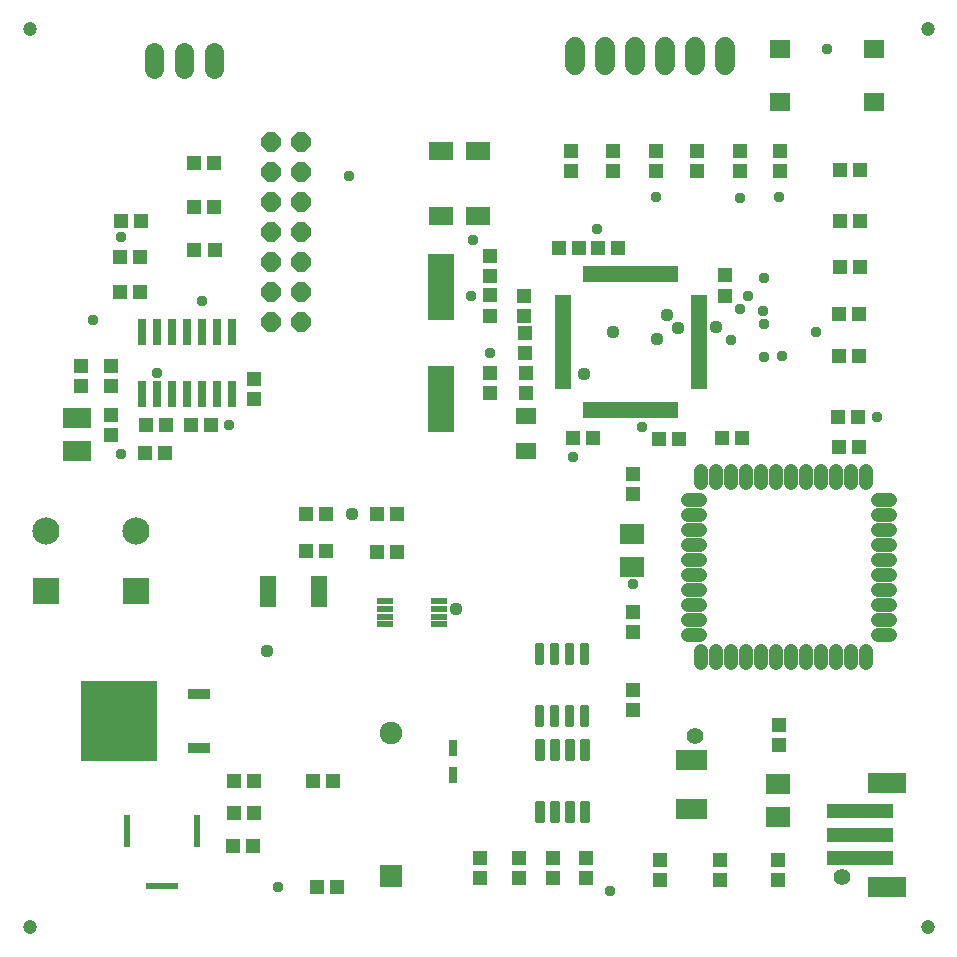
<source format=gbr>
G04 EAGLE Gerber RS-274X export*
G75*
%MOMM*%
%FSLAX34Y34*%
%LPD*%
%INSoldermask Top*%
%IPPOS*%
%AMOC8*
5,1,8,0,0,1.08239X$1,22.5*%
G01*
%ADD10C,1.203200*%
%ADD11R,2.203200X5.703200*%
%ADD12R,5.703200X1.203200*%
%ADD13R,3.203200X1.803200*%
%ADD14R,2.006200X1.803200*%
%ADD15R,1.753200X1.503200*%
%ADD16R,1.203200X1.303200*%
%ADD17R,1.303200X1.203200*%
%ADD18R,1.917700X1.917700*%
%ADD19C,1.917700*%
%ADD20R,0.654000X1.314400*%
%ADD21R,1.803200X1.403200*%
%ADD22R,0.508000X2.692400*%
%ADD23R,2.692400X0.508000*%
%ADD24R,2.303200X2.303200*%
%ADD25C,2.303200*%
%ADD26R,2.403200X1.803200*%
%ADD27C,0.353406*%
%ADD28R,2.103200X1.503200*%
%ADD29C,1.727200*%
%ADD30C,1.211200*%
%ADD31R,1.397000X0.508000*%
%ADD32R,0.508000X1.397000*%
%ADD33R,0.736600X2.209800*%
%ADD34R,0.660400X1.727200*%
%ADD35R,1.460500X0.660400*%
%ADD36R,1.447800X0.558800*%
%ADD37R,1.905000X0.914400*%
%ADD38R,6.426200X6.756400*%
%ADD39P,1.759533X8X292.500000*%
%ADD40C,1.625600*%
%ADD41C,1.409600*%
%ADD42C,1.109600*%
%ADD43C,0.959600*%


D10*
X780000Y20000D03*
X20000Y20100D03*
X20100Y780000D03*
X780000Y780000D03*
D11*
X367800Y467300D03*
X367800Y562300D03*
D12*
X723000Y118200D03*
X723000Y98200D03*
X723000Y78200D03*
D13*
X745500Y54200D03*
X745500Y142200D03*
D14*
X529800Y353020D03*
X529800Y324580D03*
D15*
X734950Y718700D03*
X655450Y718700D03*
X734950Y763700D03*
X655450Y763700D03*
D16*
X409900Y588100D03*
X409900Y571100D03*
D17*
X253800Y369600D03*
X270800Y369600D03*
X330500Y369600D03*
X313500Y369600D03*
X113600Y587200D03*
X96600Y587200D03*
X113900Y618000D03*
X96900Y618000D03*
X156200Y444900D03*
X173200Y444900D03*
X280300Y53700D03*
X263300Y53700D03*
D16*
X490600Y78200D03*
X490600Y61200D03*
X409700Y554800D03*
X409700Y537800D03*
X654000Y173900D03*
X654000Y190900D03*
D17*
X192300Y88300D03*
X209300Y88300D03*
X192400Y116800D03*
X209400Y116800D03*
X192700Y144000D03*
X209700Y144000D03*
X117700Y421500D03*
X134700Y421500D03*
X118200Y445200D03*
X135200Y445200D03*
D16*
X462500Y78200D03*
X462500Y61200D03*
D17*
X721800Y426600D03*
X704800Y426600D03*
X721200Y451600D03*
X704200Y451600D03*
D16*
X433900Y78200D03*
X433900Y61200D03*
X63600Y477800D03*
X63600Y494800D03*
X438600Y537600D03*
X438600Y554600D03*
X439300Y522900D03*
X439300Y505900D03*
X608300Y571700D03*
X608300Y554700D03*
D17*
X496600Y434300D03*
X479600Y434300D03*
D16*
X654700Y677300D03*
X654700Y660300D03*
X439800Y471900D03*
X439800Y488900D03*
D18*
X326100Y63100D03*
D19*
X326100Y184004D03*
D20*
X378400Y171500D03*
X378400Y148500D03*
D16*
X88500Y495200D03*
X88500Y478200D03*
D21*
X440200Y422900D03*
X440200Y452900D03*
D22*
X161100Y101100D03*
X101800Y101100D03*
D23*
X131450Y54600D03*
D24*
X33400Y304500D03*
D25*
X33400Y355300D03*
D24*
X109600Y304500D03*
D25*
X109600Y355300D03*
D26*
X59600Y423400D03*
X59600Y451400D03*
D14*
X653800Y112880D03*
X653800Y141320D03*
D27*
X454199Y125299D02*
X454199Y110201D01*
X449701Y110201D01*
X449701Y125299D01*
X454199Y125299D01*
X454199Y113558D02*
X449701Y113558D01*
X449701Y116915D02*
X454199Y116915D01*
X454199Y120272D02*
X449701Y120272D01*
X449701Y123629D02*
X454199Y123629D01*
X466899Y125299D02*
X466899Y110201D01*
X462401Y110201D01*
X462401Y125299D01*
X466899Y125299D01*
X466899Y113558D02*
X462401Y113558D01*
X462401Y116915D02*
X466899Y116915D01*
X466899Y120272D02*
X462401Y120272D01*
X462401Y123629D02*
X466899Y123629D01*
X479599Y125299D02*
X479599Y110201D01*
X475101Y110201D01*
X475101Y125299D01*
X479599Y125299D01*
X479599Y113558D02*
X475101Y113558D01*
X475101Y116915D02*
X479599Y116915D01*
X479599Y120272D02*
X475101Y120272D01*
X475101Y123629D02*
X479599Y123629D01*
X492299Y125299D02*
X492299Y110201D01*
X487801Y110201D01*
X487801Y125299D01*
X492299Y125299D01*
X492299Y113558D02*
X487801Y113558D01*
X487801Y116915D02*
X492299Y116915D01*
X492299Y120272D02*
X487801Y120272D01*
X487801Y123629D02*
X492299Y123629D01*
X492299Y162701D02*
X492299Y177799D01*
X492299Y162701D02*
X487801Y162701D01*
X487801Y177799D01*
X492299Y177799D01*
X492299Y166058D02*
X487801Y166058D01*
X487801Y169415D02*
X492299Y169415D01*
X492299Y172772D02*
X487801Y172772D01*
X487801Y176129D02*
X492299Y176129D01*
X479599Y177799D02*
X479599Y162701D01*
X475101Y162701D01*
X475101Y177799D01*
X479599Y177799D01*
X479599Y166058D02*
X475101Y166058D01*
X475101Y169415D02*
X479599Y169415D01*
X479599Y172772D02*
X475101Y172772D01*
X475101Y176129D02*
X479599Y176129D01*
X466899Y177799D02*
X466899Y162701D01*
X462401Y162701D01*
X462401Y177799D01*
X466899Y177799D01*
X466899Y166058D02*
X462401Y166058D01*
X462401Y169415D02*
X466899Y169415D01*
X466899Y172772D02*
X462401Y172772D01*
X462401Y176129D02*
X466899Y176129D01*
X454199Y177799D02*
X454199Y162701D01*
X449701Y162701D01*
X449701Y177799D01*
X454199Y177799D01*
X454199Y166058D02*
X449701Y166058D01*
X449701Y169415D02*
X454199Y169415D01*
X454199Y172772D02*
X449701Y172772D01*
X449701Y176129D02*
X454199Y176129D01*
X487401Y243601D02*
X487401Y258699D01*
X491899Y258699D01*
X491899Y243601D01*
X487401Y243601D01*
X487401Y246958D02*
X491899Y246958D01*
X491899Y250315D02*
X487401Y250315D01*
X487401Y253672D02*
X491899Y253672D01*
X491899Y257029D02*
X487401Y257029D01*
X474701Y258699D02*
X474701Y243601D01*
X474701Y258699D02*
X479199Y258699D01*
X479199Y243601D01*
X474701Y243601D01*
X474701Y246958D02*
X479199Y246958D01*
X479199Y250315D02*
X474701Y250315D01*
X474701Y253672D02*
X479199Y253672D01*
X479199Y257029D02*
X474701Y257029D01*
X462001Y258699D02*
X462001Y243601D01*
X462001Y258699D02*
X466499Y258699D01*
X466499Y243601D01*
X462001Y243601D01*
X462001Y246958D02*
X466499Y246958D01*
X466499Y250315D02*
X462001Y250315D01*
X462001Y253672D02*
X466499Y253672D01*
X466499Y257029D02*
X462001Y257029D01*
X449301Y258699D02*
X449301Y243601D01*
X449301Y258699D02*
X453799Y258699D01*
X453799Y243601D01*
X449301Y243601D01*
X449301Y246958D02*
X453799Y246958D01*
X453799Y250315D02*
X449301Y250315D01*
X449301Y253672D02*
X453799Y253672D01*
X453799Y257029D02*
X449301Y257029D01*
X449301Y206199D02*
X449301Y191101D01*
X449301Y206199D02*
X453799Y206199D01*
X453799Y191101D01*
X449301Y191101D01*
X449301Y194458D02*
X453799Y194458D01*
X453799Y197815D02*
X449301Y197815D01*
X449301Y201172D02*
X453799Y201172D01*
X453799Y204529D02*
X449301Y204529D01*
X462001Y206199D02*
X462001Y191101D01*
X462001Y206199D02*
X466499Y206199D01*
X466499Y191101D01*
X462001Y191101D01*
X462001Y194458D02*
X466499Y194458D01*
X466499Y197815D02*
X462001Y197815D01*
X462001Y201172D02*
X466499Y201172D01*
X466499Y204529D02*
X462001Y204529D01*
X474701Y206199D02*
X474701Y191101D01*
X474701Y206199D02*
X479199Y206199D01*
X479199Y191101D01*
X474701Y191101D01*
X474701Y194458D02*
X479199Y194458D01*
X479199Y197815D02*
X474701Y197815D01*
X474701Y201172D02*
X479199Y201172D01*
X479199Y204529D02*
X474701Y204529D01*
X487401Y206199D02*
X487401Y191101D01*
X487401Y206199D02*
X491899Y206199D01*
X491899Y191101D01*
X487401Y191101D01*
X487401Y194458D02*
X491899Y194458D01*
X491899Y197815D02*
X487401Y197815D01*
X487401Y201172D02*
X491899Y201172D01*
X491899Y204529D02*
X487401Y204529D01*
D17*
X530800Y386600D03*
X530800Y403600D03*
D16*
X705700Y618100D03*
X722700Y618100D03*
X705500Y578500D03*
X722500Y578500D03*
X705300Y503700D03*
X722300Y503700D03*
X705100Y538900D03*
X722100Y538900D03*
X705900Y660700D03*
X722900Y660700D03*
X605600Y434100D03*
X622600Y434100D03*
X270700Y338600D03*
X253700Y338600D03*
D17*
X604600Y76900D03*
X604600Y59900D03*
X549800Y660100D03*
X549800Y677100D03*
X653800Y59800D03*
X653800Y76800D03*
X553900Y59800D03*
X553900Y76800D03*
X530600Y203700D03*
X530600Y220700D03*
X530600Y269500D03*
X530600Y286500D03*
D16*
X159300Y593600D03*
X176300Y593600D03*
X159100Y629900D03*
X176100Y629900D03*
X330900Y337500D03*
X313900Y337500D03*
D17*
X88700Y453800D03*
X88700Y436800D03*
X478400Y676900D03*
X478400Y659900D03*
X621000Y676800D03*
X621000Y659800D03*
X513800Y676900D03*
X513800Y659900D03*
X585200Y676900D03*
X585200Y659900D03*
X401300Y61200D03*
X401300Y78200D03*
D16*
X500600Y595000D03*
X517600Y595000D03*
D17*
X409300Y471800D03*
X409300Y488800D03*
D28*
X399700Y622400D03*
X399700Y677400D03*
X367700Y677400D03*
X367700Y622400D03*
D16*
X96600Y557600D03*
X113600Y557600D03*
D29*
X481100Y749780D02*
X481100Y765020D01*
X506500Y765020D02*
X506500Y749780D01*
X531900Y749780D02*
X531900Y765020D01*
X557300Y765020D02*
X557300Y749780D01*
X582700Y749780D02*
X582700Y765020D01*
X608100Y765020D02*
X608100Y749780D01*
D30*
X727900Y405740D02*
X727900Y395660D01*
X715200Y395660D02*
X715200Y405740D01*
X702500Y405740D02*
X702500Y395660D01*
X689800Y395660D02*
X689800Y405740D01*
X677100Y405740D02*
X677100Y395660D01*
X664400Y395660D02*
X664400Y405740D01*
X651700Y405740D02*
X651700Y395660D01*
X639000Y395660D02*
X639000Y405740D01*
X626300Y405740D02*
X626300Y395660D01*
X613600Y395660D02*
X613600Y405740D01*
X600900Y405740D02*
X600900Y395660D01*
X588200Y395660D02*
X588200Y405740D01*
X586940Y381700D02*
X576860Y381700D01*
X576860Y369000D02*
X586940Y369000D01*
X586940Y356300D02*
X576860Y356300D01*
X576860Y343600D02*
X586940Y343600D01*
X586940Y330900D02*
X576860Y330900D01*
X576860Y318200D02*
X586940Y318200D01*
X586940Y305500D02*
X576860Y305500D01*
X576860Y292800D02*
X586940Y292800D01*
X586940Y280100D02*
X576860Y280100D01*
X576860Y267400D02*
X586940Y267400D01*
X727900Y253540D02*
X727900Y243460D01*
X715200Y243460D02*
X715200Y253540D01*
X702500Y253540D02*
X702500Y243460D01*
X689800Y243460D02*
X689800Y253540D01*
X677100Y253540D02*
X677100Y243460D01*
X664400Y243460D02*
X664400Y253540D01*
X651700Y253540D02*
X651700Y243460D01*
X639000Y243460D02*
X639000Y253540D01*
X626300Y253540D02*
X626300Y243460D01*
X613600Y243460D02*
X613600Y253540D01*
X600900Y253540D02*
X600900Y243460D01*
X588200Y243460D02*
X588200Y253540D01*
X737860Y267400D02*
X747940Y267400D01*
X747940Y280100D02*
X737860Y280100D01*
X737860Y292800D02*
X747940Y292800D01*
X747940Y305500D02*
X737860Y305500D01*
X737860Y318200D02*
X747940Y318200D01*
X747940Y330900D02*
X737860Y330900D01*
X737860Y343600D02*
X747940Y343600D01*
X747940Y356300D02*
X737860Y356300D01*
X737860Y369000D02*
X747940Y369000D01*
X747940Y381700D02*
X737860Y381700D01*
D31*
X471100Y552900D03*
X471100Y547900D03*
X471100Y542900D03*
X471100Y537900D03*
X471100Y532900D03*
X471100Y527900D03*
X471100Y522900D03*
X471100Y517900D03*
X471100Y512900D03*
X471100Y507900D03*
X471100Y502900D03*
X471100Y497900D03*
X471100Y492900D03*
X471100Y487900D03*
X471100Y482900D03*
X471100Y477900D03*
D32*
X491100Y457900D03*
X496100Y457900D03*
X501100Y457900D03*
X506100Y457900D03*
X511100Y457900D03*
X516100Y457900D03*
X521100Y457900D03*
X526100Y457900D03*
X531100Y457900D03*
X536100Y457900D03*
X541100Y457900D03*
X546100Y457900D03*
X551100Y457900D03*
X556100Y457900D03*
X561100Y457900D03*
X566100Y457900D03*
D31*
X586100Y477900D03*
X586100Y482900D03*
X586100Y487900D03*
X586100Y492900D03*
X586100Y497900D03*
X586100Y502900D03*
X586100Y507900D03*
X586100Y512900D03*
X586100Y517900D03*
X586100Y522900D03*
X586100Y527900D03*
X586100Y532900D03*
X586100Y537900D03*
X586100Y542900D03*
X586100Y547900D03*
X586100Y552900D03*
D32*
X566100Y572900D03*
X561100Y572900D03*
X556100Y572900D03*
X551100Y572900D03*
X546100Y572900D03*
X541100Y572900D03*
X536100Y572900D03*
X531100Y572900D03*
X526100Y572900D03*
X521100Y572900D03*
X516100Y572900D03*
X511100Y572900D03*
X506100Y572900D03*
X501100Y572900D03*
X496100Y572900D03*
X491100Y572900D03*
D33*
X114500Y471157D03*
X127200Y471157D03*
X139900Y471157D03*
X152600Y471157D03*
X165300Y471157D03*
X178000Y471157D03*
X190700Y471157D03*
X190700Y524243D03*
X178000Y524243D03*
X165300Y524243D03*
X152600Y524243D03*
X139900Y524243D03*
X127200Y524243D03*
X114500Y524243D03*
D34*
X570350Y120353D03*
X576850Y120353D03*
X583350Y120353D03*
X589850Y120353D03*
X589850Y161247D03*
X583350Y161247D03*
X576850Y161247D03*
X570350Y161247D03*
D35*
X264881Y294750D03*
X264881Y301250D03*
X264881Y307750D03*
X264881Y314250D03*
X221320Y314250D03*
X221320Y307750D03*
X221320Y301250D03*
X221320Y294750D03*
D36*
X320894Y295850D03*
X320894Y289350D03*
X320894Y282850D03*
X320894Y276350D03*
X366106Y276350D03*
X366106Y282850D03*
X366106Y289350D03*
X366106Y295850D03*
D16*
X158700Y666600D03*
X175700Y666600D03*
X210100Y483700D03*
X210100Y466700D03*
D37*
X163264Y171700D03*
D38*
X95700Y194700D03*
D37*
X163264Y217700D03*
D17*
X276900Y144100D03*
X259900Y144100D03*
D39*
X223800Y684500D03*
X249200Y684500D03*
X223800Y659100D03*
X249200Y659100D03*
X223800Y633700D03*
X249200Y633700D03*
X223800Y608300D03*
X249200Y608300D03*
X223800Y582900D03*
X249200Y582900D03*
X223800Y557500D03*
X249200Y557500D03*
X223800Y532100D03*
X249200Y532100D03*
D17*
X569500Y433400D03*
X552500Y433400D03*
X467800Y595100D03*
X484800Y595100D03*
D40*
X125300Y746388D02*
X125300Y760612D01*
X150700Y760612D02*
X150700Y746388D01*
X176100Y746388D02*
X176100Y760612D01*
D41*
X707300Y62700D03*
X583500Y181600D03*
D42*
X221100Y254100D03*
X380600Y289300D03*
X292600Y369600D03*
D43*
X695200Y763700D03*
X654500Y638000D03*
X229900Y53900D03*
X530200Y310200D03*
X736900Y451600D03*
X511500Y50600D03*
X627830Y554700D03*
X479500Y417700D03*
X537900Y443300D03*
X500500Y611370D03*
X394900Y601700D03*
X393800Y554400D03*
X409200Y506000D03*
X685300Y523600D03*
X621000Y542900D03*
X621000Y637700D03*
D42*
X513700Y523600D03*
D43*
X550000Y638000D03*
D42*
X489500Y487900D03*
D43*
X656700Y503800D03*
X641300Y502600D03*
X641300Y530700D03*
X641480Y569800D03*
X290400Y655600D03*
X613800Y517000D03*
D42*
X600800Y528300D03*
X568700Y527400D03*
X559200Y537900D03*
X550900Y517900D03*
D43*
X127600Y489354D03*
X73100Y534100D03*
X96800Y420200D03*
X188300Y444900D03*
X96800Y603900D03*
X165300Y550300D03*
X641000Y541600D03*
M02*

</source>
